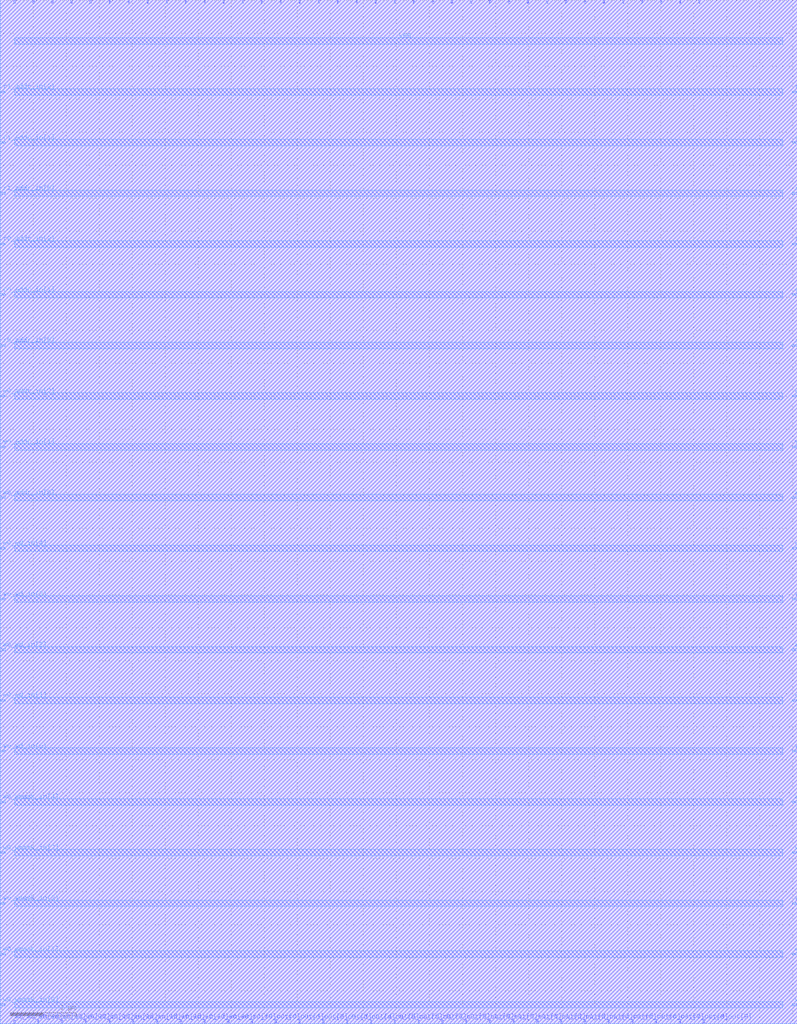
<source format=lef>
VERSION 5.7 ;
BUSBITCHARS "[]" ;
MACRO fakeram_20x64_2r1w
  FOREIGN fakeram_20x64_2r1w 0 0 ;
  SYMMETRY X Y R90 ;
  SIZE 12.069 BY 15.505 ;
  CLASS BLOCK ;
  PIN w0_wmask_in[0]
    DIRECTION INPUT ;
    USE SIGNAL ;
    SHAPE ABUTMENT ;
    PORT
      LAYER M4 ;
      RECT 0.000 0.276 0.072 0.300 ;
    END
  END w0_wmask_in[0]
  PIN w0_wmask_in[1]
    DIRECTION INPUT ;
    USE SIGNAL ;
    SHAPE ABUTMENT ;
    PORT
      LAYER M4 ;
      RECT 0.000 1.044 0.072 1.068 ;
    END
  END w0_wmask_in[1]
  PIN w0_wmask_in[2]
    DIRECTION INPUT ;
    USE SIGNAL ;
    SHAPE ABUTMENT ;
    PORT
      LAYER M4 ;
      RECT 0.000 1.812 0.072 1.836 ;
    END
  END w0_wmask_in[2]
  PIN w0_wmask_in[3]
    DIRECTION INPUT ;
    USE SIGNAL ;
    SHAPE ABUTMENT ;
    PORT
      LAYER M4 ;
      RECT 0.000 2.580 0.072 2.604 ;
    END
  END w0_wmask_in[3]
  PIN w0_wmask_in[4]
    DIRECTION INPUT ;
    USE SIGNAL ;
    SHAPE ABUTMENT ;
    PORT
      LAYER M4 ;
      RECT 0.000 3.348 0.072 3.372 ;
    END
  END w0_wmask_in[4]
  PIN w0_wmask_in[5]
    DIRECTION INPUT ;
    USE SIGNAL ;
    SHAPE ABUTMENT ;
    PORT
      LAYER M4 ;
      RECT 11.997 0.276 12.069 0.300 ;
    END
  END w0_wmask_in[5]
  PIN w0_wmask_in[6]
    DIRECTION INPUT ;
    USE SIGNAL ;
    SHAPE ABUTMENT ;
    PORT
      LAYER M4 ;
      RECT 11.997 1.044 12.069 1.068 ;
    END
  END w0_wmask_in[6]
  PIN w0_wmask_in[7]
    DIRECTION INPUT ;
    USE SIGNAL ;
    SHAPE ABUTMENT ;
    PORT
      LAYER M4 ;
      RECT 11.997 1.812 12.069 1.836 ;
    END
  END w0_wmask_in[7]
  PIN w0_wmask_in[8]
    DIRECTION INPUT ;
    USE SIGNAL ;
    SHAPE ABUTMENT ;
    PORT
      LAYER M4 ;
      RECT 11.997 2.580 12.069 2.604 ;
    END
  END w0_wmask_in[8]
  PIN w0_wmask_in[9]
    DIRECTION INPUT ;
    USE SIGNAL ;
    SHAPE ABUTMENT ;
    PORT
      LAYER M4 ;
      RECT 11.997 3.348 12.069 3.372 ;
    END
  END w0_wmask_in[9]
  PIN w0_wmask_in[10]
    DIRECTION INPUT ;
    USE SIGNAL ;
    SHAPE ABUTMENT ;
    PORT
      LAYER M3 ;
      RECT 0.207 15.451 0.225 15.505 ;
    END
  END w0_wmask_in[10]
  PIN w0_wmask_in[11]
    DIRECTION INPUT ;
    USE SIGNAL ;
    SHAPE ABUTMENT ;
    PORT
      LAYER M3 ;
      RECT 0.495 15.451 0.513 15.505 ;
    END
  END w0_wmask_in[11]
  PIN w0_wmask_in[12]
    DIRECTION INPUT ;
    USE SIGNAL ;
    SHAPE ABUTMENT ;
    PORT
      LAYER M3 ;
      RECT 0.783 15.451 0.801 15.505 ;
    END
  END w0_wmask_in[12]
  PIN w0_wmask_in[13]
    DIRECTION INPUT ;
    USE SIGNAL ;
    SHAPE ABUTMENT ;
    PORT
      LAYER M3 ;
      RECT 1.071 15.451 1.089 15.505 ;
    END
  END w0_wmask_in[13]
  PIN w0_wmask_in[14]
    DIRECTION INPUT ;
    USE SIGNAL ;
    SHAPE ABUTMENT ;
    PORT
      LAYER M3 ;
      RECT 1.359 15.451 1.377 15.505 ;
    END
  END w0_wmask_in[14]
  PIN w0_wmask_in[15]
    DIRECTION INPUT ;
    USE SIGNAL ;
    SHAPE ABUTMENT ;
    PORT
      LAYER M3 ;
      RECT 1.647 15.451 1.665 15.505 ;
    END
  END w0_wmask_in[15]
  PIN w0_wmask_in[16]
    DIRECTION INPUT ;
    USE SIGNAL ;
    SHAPE ABUTMENT ;
    PORT
      LAYER M3 ;
      RECT 1.935 15.451 1.953 15.505 ;
    END
  END w0_wmask_in[16]
  PIN w0_wmask_in[17]
    DIRECTION INPUT ;
    USE SIGNAL ;
    SHAPE ABUTMENT ;
    PORT
      LAYER M3 ;
      RECT 2.223 15.451 2.241 15.505 ;
    END
  END w0_wmask_in[17]
  PIN w0_wmask_in[18]
    DIRECTION INPUT ;
    USE SIGNAL ;
    SHAPE ABUTMENT ;
    PORT
      LAYER M3 ;
      RECT 2.511 15.451 2.529 15.505 ;
    END
  END w0_wmask_in[18]
  PIN w0_wmask_in[19]
    DIRECTION INPUT ;
    USE SIGNAL ;
    SHAPE ABUTMENT ;
    PORT
      LAYER M3 ;
      RECT 2.799 15.451 2.817 15.505 ;
    END
  END w0_wmask_in[19]
  PIN w0_wd_in[0]
    DIRECTION INPUT ;
    USE SIGNAL ;
    SHAPE ABUTMENT ;
    PORT
      LAYER M4 ;
      RECT 0.000 4.116 0.072 4.140 ;
    END
  END w0_wd_in[0]
  PIN w0_wd_in[1]
    DIRECTION INPUT ;
    USE SIGNAL ;
    SHAPE ABUTMENT ;
    PORT
      LAYER M4 ;
      RECT 0.000 4.884 0.072 4.908 ;
    END
  END w0_wd_in[1]
  PIN w0_wd_in[2]
    DIRECTION INPUT ;
    USE SIGNAL ;
    SHAPE ABUTMENT ;
    PORT
      LAYER M4 ;
      RECT 0.000 5.652 0.072 5.676 ;
    END
  END w0_wd_in[2]
  PIN w0_wd_in[3]
    DIRECTION INPUT ;
    USE SIGNAL ;
    SHAPE ABUTMENT ;
    PORT
      LAYER M4 ;
      RECT 0.000 6.420 0.072 6.444 ;
    END
  END w0_wd_in[3]
  PIN w0_wd_in[4]
    DIRECTION INPUT ;
    USE SIGNAL ;
    SHAPE ABUTMENT ;
    PORT
      LAYER M4 ;
      RECT 0.000 7.188 0.072 7.212 ;
    END
  END w0_wd_in[4]
  PIN w0_wd_in[5]
    DIRECTION INPUT ;
    USE SIGNAL ;
    SHAPE ABUTMENT ;
    PORT
      LAYER M4 ;
      RECT 11.997 4.116 12.069 4.140 ;
    END
  END w0_wd_in[5]
  PIN w0_wd_in[6]
    DIRECTION INPUT ;
    USE SIGNAL ;
    SHAPE ABUTMENT ;
    PORT
      LAYER M4 ;
      RECT 11.997 4.884 12.069 4.908 ;
    END
  END w0_wd_in[6]
  PIN w0_wd_in[7]
    DIRECTION INPUT ;
    USE SIGNAL ;
    SHAPE ABUTMENT ;
    PORT
      LAYER M4 ;
      RECT 11.997 5.652 12.069 5.676 ;
    END
  END w0_wd_in[7]
  PIN w0_wd_in[8]
    DIRECTION INPUT ;
    USE SIGNAL ;
    SHAPE ABUTMENT ;
    PORT
      LAYER M4 ;
      RECT 11.997 6.420 12.069 6.444 ;
    END
  END w0_wd_in[8]
  PIN w0_wd_in[9]
    DIRECTION INPUT ;
    USE SIGNAL ;
    SHAPE ABUTMENT ;
    PORT
      LAYER M4 ;
      RECT 11.997 7.188 12.069 7.212 ;
    END
  END w0_wd_in[9]
  PIN w0_wd_in[10]
    DIRECTION OUTPUT ;
    USE SIGNAL ;
    SHAPE ABUTMENT ;
    PORT
      LAYER M3 ;
      RECT 0.207 0.000 0.225 0.054 ;
    END
  END w0_wd_in[10]
  PIN w0_wd_in[11]
    DIRECTION OUTPUT ;
    USE SIGNAL ;
    SHAPE ABUTMENT ;
    PORT
      LAYER M3 ;
      RECT 0.567 0.000 0.585 0.054 ;
    END
  END w0_wd_in[11]
  PIN w0_wd_in[12]
    DIRECTION OUTPUT ;
    USE SIGNAL ;
    SHAPE ABUTMENT ;
    PORT
      LAYER M3 ;
      RECT 0.927 0.000 0.945 0.054 ;
    END
  END w0_wd_in[12]
  PIN w0_wd_in[13]
    DIRECTION OUTPUT ;
    USE SIGNAL ;
    SHAPE ABUTMENT ;
    PORT
      LAYER M3 ;
      RECT 1.287 0.000 1.305 0.054 ;
    END
  END w0_wd_in[13]
  PIN w0_wd_in[14]
    DIRECTION OUTPUT ;
    USE SIGNAL ;
    SHAPE ABUTMENT ;
    PORT
      LAYER M3 ;
      RECT 1.647 0.000 1.665 0.054 ;
    END
  END w0_wd_in[14]
  PIN w0_wd_in[15]
    DIRECTION OUTPUT ;
    USE SIGNAL ;
    SHAPE ABUTMENT ;
    PORT
      LAYER M3 ;
      RECT 2.007 0.000 2.025 0.054 ;
    END
  END w0_wd_in[15]
  PIN w0_wd_in[16]
    DIRECTION OUTPUT ;
    USE SIGNAL ;
    SHAPE ABUTMENT ;
    PORT
      LAYER M3 ;
      RECT 2.367 0.000 2.385 0.054 ;
    END
  END w0_wd_in[16]
  PIN w0_wd_in[17]
    DIRECTION OUTPUT ;
    USE SIGNAL ;
    SHAPE ABUTMENT ;
    PORT
      LAYER M3 ;
      RECT 2.727 0.000 2.745 0.054 ;
    END
  END w0_wd_in[17]
  PIN w0_wd_in[18]
    DIRECTION OUTPUT ;
    USE SIGNAL ;
    SHAPE ABUTMENT ;
    PORT
      LAYER M3 ;
      RECT 3.087 0.000 3.105 0.054 ;
    END
  END w0_wd_in[18]
  PIN w0_wd_in[19]
    DIRECTION OUTPUT ;
    USE SIGNAL ;
    SHAPE ABUTMENT ;
    PORT
      LAYER M3 ;
      RECT 3.447 0.000 3.465 0.054 ;
    END
  END w0_wd_in[19]
  PIN r0_rd_out[0]
    DIRECTION OUTPUT ;
    USE SIGNAL ;
    SHAPE ABUTMENT ;
    PORT
      LAYER M3 ;
      RECT 3.807 0.000 3.825 0.054 ;
    END
  END r0_rd_out[0]
  PIN r0_rd_out[1]
    DIRECTION OUTPUT ;
    USE SIGNAL ;
    SHAPE ABUTMENT ;
    PORT
      LAYER M3 ;
      RECT 4.167 0.000 4.185 0.054 ;
    END
  END r0_rd_out[1]
  PIN r0_rd_out[2]
    DIRECTION OUTPUT ;
    USE SIGNAL ;
    SHAPE ABUTMENT ;
    PORT
      LAYER M3 ;
      RECT 4.527 0.000 4.545 0.054 ;
    END
  END r0_rd_out[2]
  PIN r0_rd_out[3]
    DIRECTION OUTPUT ;
    USE SIGNAL ;
    SHAPE ABUTMENT ;
    PORT
      LAYER M3 ;
      RECT 4.887 0.000 4.905 0.054 ;
    END
  END r0_rd_out[3]
  PIN r0_rd_out[4]
    DIRECTION OUTPUT ;
    USE SIGNAL ;
    SHAPE ABUTMENT ;
    PORT
      LAYER M3 ;
      RECT 5.247 0.000 5.265 0.054 ;
    END
  END r0_rd_out[4]
  PIN r0_rd_out[5]
    DIRECTION OUTPUT ;
    USE SIGNAL ;
    SHAPE ABUTMENT ;
    PORT
      LAYER M3 ;
      RECT 5.607 0.000 5.625 0.054 ;
    END
  END r0_rd_out[5]
  PIN r0_rd_out[6]
    DIRECTION OUTPUT ;
    USE SIGNAL ;
    SHAPE ABUTMENT ;
    PORT
      LAYER M3 ;
      RECT 5.967 0.000 5.985 0.054 ;
    END
  END r0_rd_out[6]
  PIN r0_rd_out[7]
    DIRECTION OUTPUT ;
    USE SIGNAL ;
    SHAPE ABUTMENT ;
    PORT
      LAYER M3 ;
      RECT 6.327 0.000 6.345 0.054 ;
    END
  END r0_rd_out[7]
  PIN r0_rd_out[8]
    DIRECTION OUTPUT ;
    USE SIGNAL ;
    SHAPE ABUTMENT ;
    PORT
      LAYER M3 ;
      RECT 6.687 0.000 6.705 0.054 ;
    END
  END r0_rd_out[8]
  PIN r0_rd_out[9]
    DIRECTION OUTPUT ;
    USE SIGNAL ;
    SHAPE ABUTMENT ;
    PORT
      LAYER M3 ;
      RECT 7.047 0.000 7.065 0.054 ;
    END
  END r0_rd_out[9]
  PIN r0_rd_out[10]
    DIRECTION OUTPUT ;
    USE SIGNAL ;
    SHAPE ABUTMENT ;
    PORT
      LAYER M3 ;
      RECT 3.087 15.451 3.105 15.505 ;
    END
  END r0_rd_out[10]
  PIN r0_rd_out[11]
    DIRECTION OUTPUT ;
    USE SIGNAL ;
    SHAPE ABUTMENT ;
    PORT
      LAYER M3 ;
      RECT 3.375 15.451 3.393 15.505 ;
    END
  END r0_rd_out[11]
  PIN r0_rd_out[12]
    DIRECTION OUTPUT ;
    USE SIGNAL ;
    SHAPE ABUTMENT ;
    PORT
      LAYER M3 ;
      RECT 3.663 15.451 3.681 15.505 ;
    END
  END r0_rd_out[12]
  PIN r0_rd_out[13]
    DIRECTION OUTPUT ;
    USE SIGNAL ;
    SHAPE ABUTMENT ;
    PORT
      LAYER M3 ;
      RECT 3.951 15.451 3.969 15.505 ;
    END
  END r0_rd_out[13]
  PIN r0_rd_out[14]
    DIRECTION OUTPUT ;
    USE SIGNAL ;
    SHAPE ABUTMENT ;
    PORT
      LAYER M3 ;
      RECT 4.239 15.451 4.257 15.505 ;
    END
  END r0_rd_out[14]
  PIN r0_rd_out[15]
    DIRECTION OUTPUT ;
    USE SIGNAL ;
    SHAPE ABUTMENT ;
    PORT
      LAYER M3 ;
      RECT 4.527 15.451 4.545 15.505 ;
    END
  END r0_rd_out[15]
  PIN r0_rd_out[16]
    DIRECTION OUTPUT ;
    USE SIGNAL ;
    SHAPE ABUTMENT ;
    PORT
      LAYER M3 ;
      RECT 4.815 15.451 4.833 15.505 ;
    END
  END r0_rd_out[16]
  PIN r0_rd_out[17]
    DIRECTION OUTPUT ;
    USE SIGNAL ;
    SHAPE ABUTMENT ;
    PORT
      LAYER M3 ;
      RECT 5.103 15.451 5.121 15.505 ;
    END
  END r0_rd_out[17]
  PIN r0_rd_out[18]
    DIRECTION OUTPUT ;
    USE SIGNAL ;
    SHAPE ABUTMENT ;
    PORT
      LAYER M3 ;
      RECT 5.391 15.451 5.409 15.505 ;
    END
  END r0_rd_out[18]
  PIN r0_rd_out[19]
    DIRECTION OUTPUT ;
    USE SIGNAL ;
    SHAPE ABUTMENT ;
    PORT
      LAYER M3 ;
      RECT 5.679 15.451 5.697 15.505 ;
    END
  END r0_rd_out[19]
  PIN r1_rd_out[0]
    DIRECTION OUTPUT ;
    USE SIGNAL ;
    SHAPE ABUTMENT ;
    PORT
      LAYER M3 ;
      RECT 7.407 0.000 7.425 0.054 ;
    END
  END r1_rd_out[0]
  PIN r1_rd_out[1]
    DIRECTION OUTPUT ;
    USE SIGNAL ;
    SHAPE ABUTMENT ;
    PORT
      LAYER M3 ;
      RECT 7.767 0.000 7.785 0.054 ;
    END
  END r1_rd_out[1]
  PIN r1_rd_out[2]
    DIRECTION OUTPUT ;
    USE SIGNAL ;
    SHAPE ABUTMENT ;
    PORT
      LAYER M3 ;
      RECT 8.127 0.000 8.145 0.054 ;
    END
  END r1_rd_out[2]
  PIN r1_rd_out[3]
    DIRECTION OUTPUT ;
    USE SIGNAL ;
    SHAPE ABUTMENT ;
    PORT
      LAYER M3 ;
      RECT 8.487 0.000 8.505 0.054 ;
    END
  END r1_rd_out[3]
  PIN r1_rd_out[4]
    DIRECTION OUTPUT ;
    USE SIGNAL ;
    SHAPE ABUTMENT ;
    PORT
      LAYER M3 ;
      RECT 8.847 0.000 8.865 0.054 ;
    END
  END r1_rd_out[4]
  PIN r1_rd_out[5]
    DIRECTION OUTPUT ;
    USE SIGNAL ;
    SHAPE ABUTMENT ;
    PORT
      LAYER M3 ;
      RECT 9.207 0.000 9.225 0.054 ;
    END
  END r1_rd_out[5]
  PIN r1_rd_out[6]
    DIRECTION OUTPUT ;
    USE SIGNAL ;
    SHAPE ABUTMENT ;
    PORT
      LAYER M3 ;
      RECT 9.567 0.000 9.585 0.054 ;
    END
  END r1_rd_out[6]
  PIN r1_rd_out[7]
    DIRECTION OUTPUT ;
    USE SIGNAL ;
    SHAPE ABUTMENT ;
    PORT
      LAYER M3 ;
      RECT 9.927 0.000 9.945 0.054 ;
    END
  END r1_rd_out[7]
  PIN r1_rd_out[8]
    DIRECTION OUTPUT ;
    USE SIGNAL ;
    SHAPE ABUTMENT ;
    PORT
      LAYER M3 ;
      RECT 10.287 0.000 10.305 0.054 ;
    END
  END r1_rd_out[8]
  PIN r1_rd_out[9]
    DIRECTION OUTPUT ;
    USE SIGNAL ;
    SHAPE ABUTMENT ;
    PORT
      LAYER M3 ;
      RECT 10.647 0.000 10.665 0.054 ;
    END
  END r1_rd_out[9]
  PIN r1_rd_out[10]
    DIRECTION OUTPUT ;
    USE SIGNAL ;
    SHAPE ABUTMENT ;
    PORT
      LAYER M3 ;
      RECT 5.967 15.451 5.985 15.505 ;
    END
  END r1_rd_out[10]
  PIN r1_rd_out[11]
    DIRECTION OUTPUT ;
    USE SIGNAL ;
    SHAPE ABUTMENT ;
    PORT
      LAYER M3 ;
      RECT 6.255 15.451 6.273 15.505 ;
    END
  END r1_rd_out[11]
  PIN r1_rd_out[12]
    DIRECTION OUTPUT ;
    USE SIGNAL ;
    SHAPE ABUTMENT ;
    PORT
      LAYER M3 ;
      RECT 6.543 15.451 6.561 15.505 ;
    END
  END r1_rd_out[12]
  PIN r1_rd_out[13]
    DIRECTION OUTPUT ;
    USE SIGNAL ;
    SHAPE ABUTMENT ;
    PORT
      LAYER M3 ;
      RECT 6.831 15.451 6.849 15.505 ;
    END
  END r1_rd_out[13]
  PIN r1_rd_out[14]
    DIRECTION OUTPUT ;
    USE SIGNAL ;
    SHAPE ABUTMENT ;
    PORT
      LAYER M3 ;
      RECT 7.119 15.451 7.137 15.505 ;
    END
  END r1_rd_out[14]
  PIN r1_rd_out[15]
    DIRECTION OUTPUT ;
    USE SIGNAL ;
    SHAPE ABUTMENT ;
    PORT
      LAYER M3 ;
      RECT 7.407 15.451 7.425 15.505 ;
    END
  END r1_rd_out[15]
  PIN r1_rd_out[16]
    DIRECTION OUTPUT ;
    USE SIGNAL ;
    SHAPE ABUTMENT ;
    PORT
      LAYER M3 ;
      RECT 7.695 15.451 7.713 15.505 ;
    END
  END r1_rd_out[16]
  PIN r1_rd_out[17]
    DIRECTION OUTPUT ;
    USE SIGNAL ;
    SHAPE ABUTMENT ;
    PORT
      LAYER M3 ;
      RECT 7.983 15.451 8.001 15.505 ;
    END
  END r1_rd_out[17]
  PIN r1_rd_out[18]
    DIRECTION OUTPUT ;
    USE SIGNAL ;
    SHAPE ABUTMENT ;
    PORT
      LAYER M3 ;
      RECT 8.271 15.451 8.289 15.505 ;
    END
  END r1_rd_out[18]
  PIN r1_rd_out[19]
    DIRECTION OUTPUT ;
    USE SIGNAL ;
    SHAPE ABUTMENT ;
    PORT
      LAYER M3 ;
      RECT 8.559 15.451 8.577 15.505 ;
    END
  END r1_rd_out[19]
  PIN w0_addr_in[0]
    DIRECTION INPUT ;
    USE SIGNAL ;
    SHAPE ABUTMENT ;
    PORT
      LAYER M4 ;
      RECT 0.000 7.956 0.072 7.980 ;
    END
  END w0_addr_in[0]
  PIN w0_addr_in[1]
    DIRECTION INPUT ;
    USE SIGNAL ;
    SHAPE ABUTMENT ;
    PORT
      LAYER M4 ;
      RECT 0.000 8.724 0.072 8.748 ;
    END
  END w0_addr_in[1]
  PIN w0_addr_in[2]
    DIRECTION INPUT ;
    USE SIGNAL ;
    SHAPE ABUTMENT ;
    PORT
      LAYER M4 ;
      RECT 0.000 9.492 0.072 9.516 ;
    END
  END w0_addr_in[2]
  PIN w0_addr_in[3]
    DIRECTION INPUT ;
    USE SIGNAL ;
    SHAPE ABUTMENT ;
    PORT
      LAYER M4 ;
      RECT 11.997 7.956 12.069 7.980 ;
    END
  END w0_addr_in[3]
  PIN w0_addr_in[4]
    DIRECTION INPUT ;
    USE SIGNAL ;
    SHAPE ABUTMENT ;
    PORT
      LAYER M4 ;
      RECT 11.997 8.724 12.069 8.748 ;
    END
  END w0_addr_in[4]
  PIN w0_addr_in[5]
    DIRECTION INPUT ;
    USE SIGNAL ;
    SHAPE ABUTMENT ;
    PORT
      LAYER M4 ;
      RECT 11.997 9.492 12.069 9.516 ;
    END
  END w0_addr_in[5]
  PIN r0_addr_in[0]
    DIRECTION INPUT ;
    USE SIGNAL ;
    SHAPE ABUTMENT ;
    PORT
      LAYER M4 ;
      RECT 0.000 10.260 0.072 10.284 ;
    END
  END r0_addr_in[0]
  PIN r0_addr_in[1]
    DIRECTION INPUT ;
    USE SIGNAL ;
    SHAPE ABUTMENT ;
    PORT
      LAYER M4 ;
      RECT 0.000 11.028 0.072 11.052 ;
    END
  END r0_addr_in[1]
  PIN r0_addr_in[2]
    DIRECTION INPUT ;
    USE SIGNAL ;
    SHAPE ABUTMENT ;
    PORT
      LAYER M4 ;
      RECT 0.000 11.796 0.072 11.820 ;
    END
  END r0_addr_in[2]
  PIN r0_addr_in[3]
    DIRECTION INPUT ;
    USE SIGNAL ;
    SHAPE ABUTMENT ;
    PORT
      LAYER M4 ;
      RECT 11.997 10.260 12.069 10.284 ;
    END
  END r0_addr_in[3]
  PIN r0_addr_in[4]
    DIRECTION INPUT ;
    USE SIGNAL ;
    SHAPE ABUTMENT ;
    PORT
      LAYER M4 ;
      RECT 11.997 11.028 12.069 11.052 ;
    END
  END r0_addr_in[4]
  PIN r0_addr_in[5]
    DIRECTION INPUT ;
    USE SIGNAL ;
    SHAPE ABUTMENT ;
    PORT
      LAYER M4 ;
      RECT 11.997 11.796 12.069 11.820 ;
    END
  END r0_addr_in[5]
  PIN r1_addr_in[0]
    DIRECTION INPUT ;
    USE SIGNAL ;
    SHAPE ABUTMENT ;
    PORT
      LAYER M4 ;
      RECT 0.000 12.564 0.072 12.588 ;
    END
  END r1_addr_in[0]
  PIN r1_addr_in[1]
    DIRECTION INPUT ;
    USE SIGNAL ;
    SHAPE ABUTMENT ;
    PORT
      LAYER M4 ;
      RECT 0.000 13.332 0.072 13.356 ;
    END
  END r1_addr_in[1]
  PIN r1_addr_in[2]
    DIRECTION INPUT ;
    USE SIGNAL ;
    SHAPE ABUTMENT ;
    PORT
      LAYER M4 ;
      RECT 0.000 14.100 0.072 14.124 ;
    END
  END r1_addr_in[2]
  PIN r1_addr_in[3]
    DIRECTION INPUT ;
    USE SIGNAL ;
    SHAPE ABUTMENT ;
    PORT
      LAYER M4 ;
      RECT 11.997 12.564 12.069 12.588 ;
    END
  END r1_addr_in[3]
  PIN r1_addr_in[4]
    DIRECTION INPUT ;
    USE SIGNAL ;
    SHAPE ABUTMENT ;
    PORT
      LAYER M4 ;
      RECT 11.997 13.332 12.069 13.356 ;
    END
  END r1_addr_in[4]
  PIN r1_addr_in[5]
    DIRECTION INPUT ;
    USE SIGNAL ;
    SHAPE ABUTMENT ;
    PORT
      LAYER M4 ;
      RECT 11.997 14.100 12.069 14.124 ;
    END
  END r1_addr_in[5]
  PIN w0_we_in
    DIRECTION INPUT ;
    USE SIGNAL ;
    SHAPE ABUTMENT ;
    PORT
      LAYER M3 ;
      RECT 8.847 15.451 8.865 15.505 ;
    END
  END w0_we_in
  PIN w0_ce_in
    DIRECTION INPUT ;
    USE SIGNAL ;
    SHAPE ABUTMENT ;
    PORT
      LAYER M3 ;
      RECT 9.135 15.451 9.153 15.505 ;
    END
  END w0_ce_in
  PIN w0_clk
    DIRECTION INPUT ;
    USE SIGNAL ;
    SHAPE ABUTMENT ;
    PORT
      LAYER M3 ;
      RECT 9.423 15.451 9.441 15.505 ;
    END
  END w0_clk
  PIN r0_ce_in
    DIRECTION INPUT ;
    USE SIGNAL ;
    SHAPE ABUTMENT ;
    PORT
      LAYER M3 ;
      RECT 9.711 15.451 9.729 15.505 ;
    END
  END r0_ce_in
  PIN r0_clk
    DIRECTION INPUT ;
    USE SIGNAL ;
    SHAPE ABUTMENT ;
    PORT
      LAYER M3 ;
      RECT 9.999 15.451 10.017 15.505 ;
    END
  END r0_clk
  PIN r1_ce_in
    DIRECTION INPUT ;
    USE SIGNAL ;
    SHAPE ABUTMENT ;
    PORT
      LAYER M3 ;
      RECT 10.287 15.451 10.305 15.505 ;
    END
  END r1_ce_in
  PIN r1_clk
    DIRECTION INPUT ;
    USE SIGNAL ;
    SHAPE ABUTMENT ;
    PORT
      LAYER M3 ;
      RECT 10.575 15.451 10.593 15.505 ;
    END
  END r1_clk
  PIN VSS
    DIRECTION INOUT ;
    USE GROUND ;
    PORT
      LAYER M4 ;
      RECT 0.216 0.240 11.853 0.336 ;
      RECT 0.216 1.008 11.853 1.104 ;
      RECT 0.216 1.776 11.853 1.872 ;
      RECT 0.216 2.544 11.853 2.640 ;
      RECT 0.216 3.312 11.853 3.408 ;
      RECT 0.216 4.080 11.853 4.176 ;
      RECT 0.216 4.848 11.853 4.944 ;
      RECT 0.216 5.616 11.853 5.712 ;
      RECT 0.216 6.384 11.853 6.480 ;
      RECT 0.216 7.152 11.853 7.248 ;
      RECT 0.216 7.920 11.853 8.016 ;
      RECT 0.216 8.688 11.853 8.784 ;
      RECT 0.216 9.456 11.853 9.552 ;
      RECT 0.216 10.224 11.853 10.320 ;
      RECT 0.216 10.992 11.853 11.088 ;
      RECT 0.216 11.760 11.853 11.856 ;
      RECT 0.216 12.528 11.853 12.624 ;
      RECT 0.216 13.296 11.853 13.392 ;
      RECT 0.216 14.064 11.853 14.160 ;
      RECT 0.216 14.832 11.853 14.928 ;
    END
  END VSS
  PIN VDD
    DIRECTION INOUT ;
    USE POWER ;
    PORT
      LAYER M4 ;
      RECT 0.216 0.240 11.853 0.336 ;
      RECT 0.216 1.008 11.853 1.104 ;
      RECT 0.216 1.776 11.853 1.872 ;
      RECT 0.216 2.544 11.853 2.640 ;
      RECT 0.216 3.312 11.853 3.408 ;
      RECT 0.216 4.080 11.853 4.176 ;
      RECT 0.216 4.848 11.853 4.944 ;
      RECT 0.216 5.616 11.853 5.712 ;
      RECT 0.216 6.384 11.853 6.480 ;
      RECT 0.216 7.152 11.853 7.248 ;
      RECT 0.216 7.920 11.853 8.016 ;
      RECT 0.216 8.688 11.853 8.784 ;
      RECT 0.216 9.456 11.853 9.552 ;
      RECT 0.216 10.224 11.853 10.320 ;
      RECT 0.216 10.992 11.853 11.088 ;
      RECT 0.216 11.760 11.853 11.856 ;
      RECT 0.216 12.528 11.853 12.624 ;
      RECT 0.216 13.296 11.853 13.392 ;
      RECT 0.216 14.064 11.853 14.160 ;
      RECT 0.216 14.832 11.853 14.928 ;
    END
  END VDD
  OBS
    LAYER M1 ;
    RECT 0 0 12.069 15.505 ;
    LAYER M2 ;
    RECT 0 0 12.069 15.505 ;
    LAYER M3 ;
    RECT 0 0 12.069 15.505 ;
    LAYER M4 ;
    RECT 0 0 12.069 15.505 ;
  END
END fakeram_20x64_2r1w

END LIBRARY

</source>
